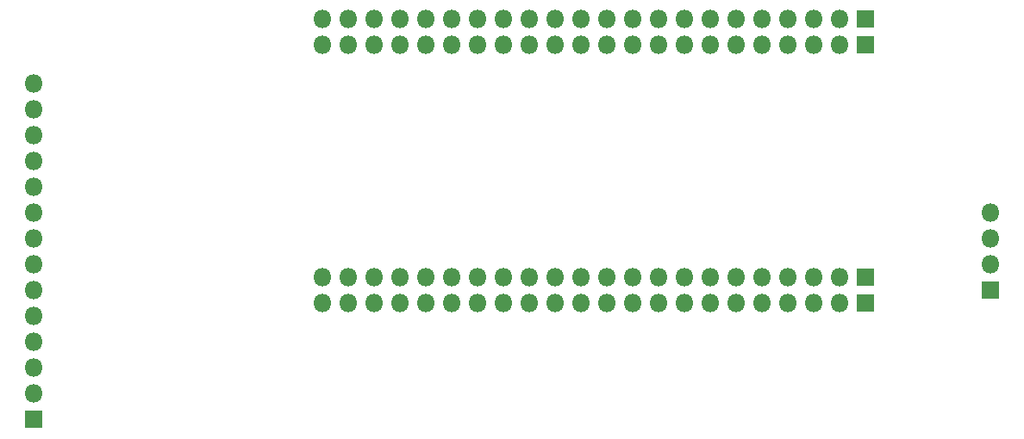
<source format=gts>
G04 #@! TF.GenerationSoftware,KiCad,Pcbnew,(5.1.6-0)*
G04 #@! TF.CreationDate,2022-05-17T12:15:47+02:00*
G04 #@! TF.ProjectId,ESP32-S3+TFT_Combiner,45535033-322d-4533-932b-5446545f436f,rev?*
G04 #@! TF.SameCoordinates,Original*
G04 #@! TF.FileFunction,Soldermask,Top*
G04 #@! TF.FilePolarity,Negative*
%FSLAX46Y46*%
G04 Gerber Fmt 4.6, Leading zero omitted, Abs format (unit mm)*
G04 Created by KiCad (PCBNEW (5.1.6-0)) date 2022-05-17 12:15:47*
%MOMM*%
%LPD*%
G01*
G04 APERTURE LIST*
%ADD10O,1.800000X1.800000*%
%ADD11R,1.800000X1.800000*%
G04 APERTURE END LIST*
D10*
X177800000Y-67310000D03*
X177800000Y-69850000D03*
X177800000Y-72390000D03*
D11*
X177800000Y-74930000D03*
D10*
X112220000Y-73660000D03*
X114760000Y-73660000D03*
X117300000Y-73660000D03*
X119840000Y-73660000D03*
X122380000Y-73660000D03*
X124920000Y-73660000D03*
X127460000Y-73660000D03*
X130000000Y-73660000D03*
X132540000Y-73660000D03*
X135080000Y-73660000D03*
X137620000Y-73660000D03*
X140160000Y-73660000D03*
X142700000Y-73660000D03*
X145240000Y-73660000D03*
X147780000Y-73660000D03*
X150320000Y-73660000D03*
X152860000Y-73660000D03*
X155400000Y-73660000D03*
X157940000Y-73660000D03*
X160480000Y-73660000D03*
X163020000Y-73660000D03*
D11*
X165560000Y-73660000D03*
D10*
X112220000Y-48260000D03*
X114760000Y-48260000D03*
X117300000Y-48260000D03*
X119840000Y-48260000D03*
X122380000Y-48260000D03*
X124920000Y-48260000D03*
X127460000Y-48260000D03*
X130000000Y-48260000D03*
X132540000Y-48260000D03*
X135080000Y-48260000D03*
X137620000Y-48260000D03*
X140160000Y-48260000D03*
X142700000Y-48260000D03*
X145240000Y-48260000D03*
X147780000Y-48260000D03*
X150320000Y-48260000D03*
X152860000Y-48260000D03*
X155400000Y-48260000D03*
X157940000Y-48260000D03*
X160480000Y-48260000D03*
X163020000Y-48260000D03*
D11*
X165560000Y-48260000D03*
D10*
X112220000Y-76200000D03*
X114760000Y-76200000D03*
X117300000Y-76200000D03*
X119840000Y-76200000D03*
X122380000Y-76200000D03*
X124920000Y-76200000D03*
X127460000Y-76200000D03*
X130000000Y-76200000D03*
X132540000Y-76200000D03*
X135080000Y-76200000D03*
X137620000Y-76200000D03*
X140160000Y-76200000D03*
X142700000Y-76200000D03*
X145240000Y-76200000D03*
X147780000Y-76200000D03*
X150320000Y-76200000D03*
X152860000Y-76200000D03*
X155400000Y-76200000D03*
X157940000Y-76200000D03*
X160480000Y-76200000D03*
X163020000Y-76200000D03*
D11*
X165560000Y-76200000D03*
D10*
X112220000Y-50800000D03*
X114760000Y-50800000D03*
X117300000Y-50800000D03*
X119840000Y-50800000D03*
X122380000Y-50800000D03*
X124920000Y-50800000D03*
X127460000Y-50800000D03*
X130000000Y-50800000D03*
X132540000Y-50800000D03*
X135080000Y-50800000D03*
X137620000Y-50800000D03*
X140160000Y-50800000D03*
X142700000Y-50800000D03*
X145240000Y-50800000D03*
X147780000Y-50800000D03*
X150320000Y-50800000D03*
X152860000Y-50800000D03*
X155400000Y-50800000D03*
X157940000Y-50800000D03*
X160480000Y-50800000D03*
X163020000Y-50800000D03*
D11*
X165560000Y-50800000D03*
D10*
X83820000Y-54610000D03*
X83820000Y-57150000D03*
X83820000Y-59690000D03*
X83820000Y-62230000D03*
X83820000Y-64770000D03*
X83820000Y-67310000D03*
X83820000Y-69850000D03*
X83820000Y-72390000D03*
X83820000Y-74930000D03*
X83820000Y-77470000D03*
X83820000Y-80010000D03*
X83820000Y-82550000D03*
X83820000Y-85090000D03*
D11*
X83820000Y-87630000D03*
M02*

</source>
